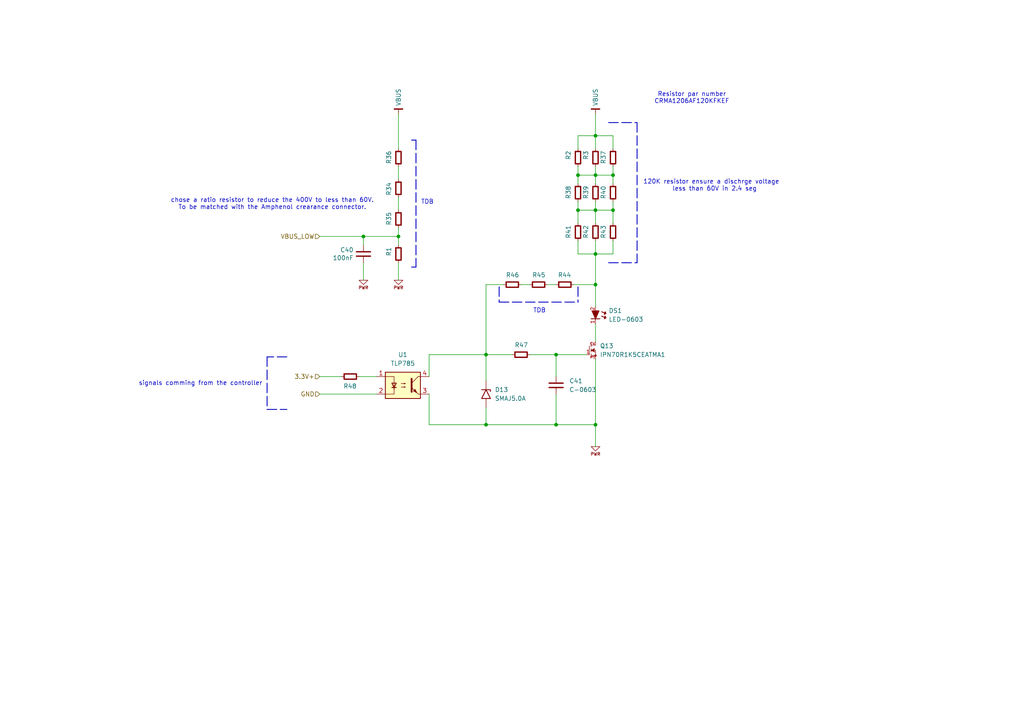
<source format=kicad_sch>
(kicad_sch (version 20250114) (generator "eeschema") (generator_version "9.0")
  (paper "A4")
  (lib_symbols
    (symbol "C-0603_1" (pin_numbers (hide yes)) (pin_names (offset 0))
      (property "Reference" "C" (at 7.62 1.27 0))
      (property "Value" "C-0603" (at 7.62 -1.27 0))
      (symbol "C-0603_1_0_1"
        (polyline (pts (xy -2.032 0.635) (xy 2.032 0.635)) (stroke (width 0.381)))
        (polyline (pts (xy -2.032 -0.635) (xy 2.032 -0.635)) (stroke (width 0.381)))
        (polyline (pts (xy 0 0.635) (xy 0 1.27)))
        (polyline (pts (xy 0 -0.635) (xy 0 -1.016)))
        (polyline (pts (xy 0 -1.27) (xy 0 -1.016)))
      )
      (symbol "C-0603_1_1_1"
        (pin passive line (at 0 2.54 270) (length 1.27) (name "~") (number "1"))
        (pin passive line (at 0 -2.54 90) (length 1.27) (name "~") (number "2"))
      )
    )
    (symbol "Diode:SMAJ5.0A" (pin_numbers (hide yes)) (pin_names (offset 1.016) (hide yes))
      (property "Reference" "D" (at 0 2.54 0))
      (property "Value" "SMAJ5.0A" (at 0 -2.54 0))
      (symbol "SMAJ5.0A_0_1"
        (polyline (pts (xy -0.762 1.27) (xy -1.27 1.27) (xy -1.27 -1.27)) (stroke (width 0.254)))
        (polyline (pts (xy 1.27 1.27) (xy 1.27 -1.27) (xy -1.27 0) (xy 1.27 1.27)) (stroke (width 0.254)))
      )
      (symbol "SMAJ5.0A_1_1"
        (pin passive line (at -3.81 0 0) (length 2.54) (name "A1") (number "1"))
        (pin passive line (at 3.81 0 180) (length 2.54) (name "A2") (number "2"))
      )
    )
    (symbol "Isolator:TLP785" (pin_names (offset 1.016))
      (property "Reference" "U" (at -5.08 5.08 0))
      (property "Value" "TLP785" (at 0 5.08 0))
      (symbol "TLP785_0_1"
        (rectangle (start -5.08 3.81) (end 5.08 -3.81) (stroke (width 0.254)) (fill (type background)))
        (polyline (pts (xy -5.08 2.54) (xy -2.54 2.54) (xy -2.54 -1.27) (xy -2.54 0.635)))
        (polyline (pts (xy -3.175 -0.635) (xy -1.905 -0.635)) (stroke (width 0.254)))
        (polyline (pts (xy -2.54 -0.635) (xy -2.54 -2.54) (xy -5.08 -2.54)))
        (polyline (pts (xy -2.54 -0.635) (xy -3.175 0.635) (xy -1.905 0.635) (xy -2.54 -0.635)) (stroke (width 0.254)))
        (polyline (pts (xy -0.508 0.508) (xy 0.762 0.508) (xy 0.381 0.381) (xy 0.381 0.635) (xy 0.762 0.508)))
        (polyline (pts (xy -0.508 -0.508) (xy 0.762 -0.508) (xy 0.381 -0.635) (xy 0.381 -0.381) (xy 0.762 -0.508)))
        (polyline (pts (xy 2.54 1.905) (xy 2.54 -1.905) (xy 2.54 -1.905)) (stroke (width 0.508)))
        (polyline (pts (xy 2.54 0.635) (xy 4.445 2.54)))
        (polyline (pts (xy 3.048 -1.651) (xy 3.556 -1.143) (xy 4.064 -2.159) (xy 3.048 -1.651) (xy 3.048 -1.651)) (fill (type outline)))
        (polyline (pts (xy 4.445 2.54) (xy 5.08 2.54)))
        (polyline (pts (xy 4.445 -2.54) (xy 2.54 -0.635)) (fill (type outline)))
        (polyline (pts (xy 4.445 -2.54) (xy 5.08 -2.54)))
      )
      (symbol "TLP785_1_1"
        (pin passive line (at -7.62 2.54 0) (length 2.54) (name "~") (number "1"))
        (pin passive line (at -7.62 -2.54 0) (length 2.54) (name "~") (number "2"))
        (pin passive line (at 7.62 2.54 180) (length 2.54) (name "~") (number "4"))
        (pin passive line (at 7.62 -2.54 180) (length 2.54) (name "~") (number "3"))
      )
    )
    (symbol "pasv-cap:C-0603" (pin_numbers (hide yes)) (pin_names (offset 0))
      (property "Reference" "C" (at 7.62 1.27 0))
      (property "Value" "C-0603" (at 7.62 -1.27 0))
      (symbol "C-0603_0_1"
        (polyline (pts (xy -2.032 0.635) (xy 2.032 0.635)) (stroke (width 0.381)))
        (polyline (pts (xy -2.032 -0.635) (xy 2.032 -0.635)) (stroke (width 0.381)))
        (polyline (pts (xy 0 0.635) (xy 0 1.27)))
        (polyline (pts (xy 0 -0.635) (xy 0 -1.016)))
        (polyline (pts (xy 0 -1.27) (xy 0 -1.016)))
      )
      (symbol "C-0603_1_1"
        (pin passive line (at 0 2.54 270) (length 1.27) (name "~") (number "1"))
        (pin passive line (at 0 -2.54 90) (length 1.27) (name "~") (number "2"))
      )
    )
    (symbol "pasv-res:R-1206" (pin_numbers (hide yes)) (pin_names (offset 0))
      (property "Reference" "R" (at 6.35 1.27 0))
      (property "Value" "R-1206" (at 6.35 -1.27 0))
      (symbol "R-1206_0_1"
        (rectangle (start -0.762 1.778) (end 0.762 -1.778) (stroke (width 0.381)))
        (polyline (pts (xy 0 1.778) (xy 0 1.905)))
        (polyline (pts (xy 0 -1.778) (xy 0 -2.032)))
      )
      (symbol "R-1206_1_1"
        (pin passive line (at 0 2.54 270) (length 0.635) (name "~") (number "1"))
        (pin passive line (at 0 -2.54 90) (length 0.635) (name "~") (number "2"))
      )
    )
    (symbol "power1:PWRGND" (power) (pin_names (offset 0))
      (symbol "PWRGND_0_0"
        (text "PWR" (at 0 -2.159 0) (effects (font (size 0.889 0.889))))
      )
      (symbol "PWRGND_0_1"
        (polyline (pts (xy -1.27 0) (xy 0 -1.27) (xy 1.27 0) (xy -1.27 0)))
      )
      (symbol "PWRGND_1_1"
        (pin power_in line (at 0 0 90) (length 0) (hide yes) (name "PWRGND") (number "1"))
      )
    )
    (symbol "power1:VBUS" (power) (pin_names (offset 0))
      (property "Value" "VBUS" (at 0 2.54 0))
      (symbol "VBUS_0_1"
        (polyline (pts (xy -1.27 1.524) (xy 1.27 1.524) (xy 1.27 1.27) (xy -1.27 1.27) (xy -1.27 1.524)) (fill (type outline)))
        (polyline (pts (xy 0 1.27) (xy 0 0.762)))
        (polyline (pts (xy 0 0.762) (xy 0 0)))
      )
      (symbol "VBUS_1_1"
        (pin power_in line (at 0 0 90) (length 0) (hide yes) (name "VBUS") (number "1"))
      )
    )
    (symbol "semi-opto-generic:LED-0603" (pin_names (offset 0) (hide yes))
      (property "Reference" "DS" (at 8.89 1.27 0))
      (property "Value" "LED-0603" (at 8.89 -1.27 0))
      (symbol "LED-0603_0_1"
        (polyline (pts (xy -1.27 -1.016) (xy 1.27 -1.016)) (stroke (width 0.254)))
        (polyline (pts (xy 0 -1.016) (xy -1.016 1.27) (xy 1.016 1.27) (xy 0 -1.016)) (stroke (width 0.254)) (fill (type outline)))
        (polyline (pts (xy 0 -1.27) (xy 0 -1.016)))
        (polyline (pts (xy 1.778 1.016) (xy 3.048 0.508) (xy 2.54 0.254) (xy 2.794 1.016) (xy 3.048 0.508)) (stroke (width 0.254)))
        (polyline (pts (xy 1.778 -0.254) (xy 3.048 -0.762) (xy 2.54 -1.016) (xy 2.794 -0.254) (xy 3.048 -0.762)) (stroke (width 0.254)))
      )
      (symbol "LED-0603_1_1"
        (pin passive line (at 0 2.54 270) (length 1.27) (name "A") (number "2"))
        (pin passive line (at 0 -2.54 90) (length 1.27) (name "K") (number "1"))
      )
    )
    (symbol "semi-trans-Infineon:IPN70R1K5CEATMA1" (pin_names (offset 0) (hide yes))
      (property "Reference" "Q" (at 7.62 1.27 0))
      (property "Value" "IPN70R1K5CEATMA1" (at 12.7 -1.27 0))
      (symbol "IPN70R1K5CEATMA1_0_1"
        (polyline (pts (xy -0.508 1.27) (xy -0.508 -1.27)))
        (polyline (pts (xy 0 1.524) (xy 1.27 1.524)))
        (polyline (pts (xy 0 1.016) (xy 0 2.032)))
        (polyline (pts (xy 0 0) (xy 1.016 0.508) (xy 0.762 0) (xy 1.016 -0.508) (xy 0 0)) (fill (type outline)))
        (polyline (pts (xy 0 -0.508) (xy 0 0.508)))
        (polyline (pts (xy 0 -1.016) (xy 0 -2.032)))
        (polyline (pts (xy 0 -1.524) (xy 1.27 -1.524)))
        (polyline (pts (xy 0.762 0) (xy 1.27 0) (xy 1.27 -1.524)))
        (circle (center 1.27 -1.524) (radius 0.254) (fill (type outline)))
      )
      (symbol "IPN70R1K5CEATMA1_1_1"
        (pin passive line (at -1.27 -1.27 0) (length 0.762) (name "G") (number "1"))
        (pin passive line (at 1.27 2.54 270) (length 1.016) (name "S") (number "2"))
        (pin passive line (at 1.27 -2.54 90) (length 1.016) (name "D") (number "3"))
      )
    )
  )
  (text "Resistor par number\nCRMA1206AF120KFKEF" (at 200.66 28.448 0) (effects (font (size 1.27 1.27))))
  (text "TDB" (at 156.464 90.17 0) (effects (font (size 1.27 1.27))))
  (text "120K resistor ensure a dischrge voltage  \nless than 60V in 2.4 seg" (at 207.264 53.848 0) (effects (font (size 1.27 1.27))))
  (text "signals comming from the controller" (at 58.166 111.252 0) (effects (font (size 1.27 1.27))))
  (text "chose a ratio resistor to reduce the 400V to less than 60V.\nTo be matched with the Amphenol crearance connector." (at 78.994 59.182 0) (effects (font (size 1.27 1.27))))
  (text "TDB" (at 123.952 58.674 0) (effects (font (size 1.27 1.27))))
  (junction (at 167.64 50.8))
  (junction (at 172.72 123.19))
  (junction (at 177.8 60.96))
  (junction (at 140.97 123.19))
  (junction (at 115.57 68.58))
  (junction (at 161.29 123.19))
  (junction (at 172.72 50.8))
  (junction (at 167.64 60.96))
  (junction (at 172.72 60.96))
  (junction (at 172.72 73.66))
  (junction (at 177.8 50.8))
  (junction (at 161.29 102.87))
  (junction (at 140.97 102.87))
  (junction (at 105.41 68.58))
  (junction (at 172.72 39.37))
  (junction (at 172.72 82.55))
  (wire (pts (xy 177.8 39.37) (xy 177.8 43.18)))
  (polyline (pts (xy 144.78 83.185) (xy 144.78 87.63)) (stroke (width 0.254) (type dash)))
  (wire (pts (xy 172.72 58.42) (xy 172.72 60.96)))
  (wire (pts (xy 172.72 39.37) (xy 177.8 39.37)))
  (wire (pts (xy 177.8 60.96) (xy 177.8 64.77)))
  (wire (pts (xy 166.37 82.55) (xy 172.72 82.55)))
  (wire (pts (xy 115.57 57.15) (xy 115.57 60.96)))
  (wire (pts (xy 140.97 118.11) (xy 140.97 123.19)))
  (wire (pts (xy 161.29 102.87) (xy 161.29 109.22)))
  (wire (pts (xy 172.72 93.98) (xy 172.72 99.06)))
  (wire (pts (xy 153.67 102.87) (xy 161.29 102.87)))
  (wire (pts (xy 115.57 76.2) (xy 115.57 81.28)))
  (wire (pts (xy 172.72 123.19) (xy 172.72 129.54)))
  (wire (pts (xy 115.57 68.58) (xy 115.57 71.12)))
  (wire (pts (xy 151.13 82.55) (xy 153.67 82.55)))
  (wire (pts (xy 115.57 66.04) (xy 115.57 68.58)))
  (polyline (pts (xy 77.47 118.745) (xy 83.185 118.745)) (stroke (width 0.254) (type dash)))
  (wire (pts (xy 161.29 114.3) (xy 161.29 123.19)))
  (wire (pts (xy 158.75 82.55) (xy 161.29 82.55)))
  (polyline (pts (xy 184.785 35.56) (xy 184.785 76.2)) (stroke (width 0.254) (type dash)))
  (polyline (pts (xy 176.53 76.2) (xy 184.785 76.2)) (stroke (width 0.254) (type dash)))
  (wire (pts (xy 167.64 60.96) (xy 167.64 64.77)))
  (wire (pts (xy 177.8 73.66) (xy 177.8 69.85)))
  (wire (pts (xy 92.71 68.58) (xy 105.41 68.58)))
  (wire (pts (xy 172.72 73.66) (xy 177.8 73.66)))
  (wire (pts (xy 161.29 123.19) (xy 172.72 123.19)))
  (wire (pts (xy 124.46 109.22) (xy 124.46 102.87)))
  (wire (pts (xy 115.57 48.26) (xy 115.57 52.07)))
  (wire (pts (xy 172.72 104.14) (xy 172.72 123.19)))
  (wire (pts (xy 177.8 50.8) (xy 177.8 53.34)))
  (wire (pts (xy 167.64 48.26) (xy 167.64 50.8)))
  (wire (pts (xy 167.64 43.18) (xy 167.64 39.37)))
  (wire (pts (xy 161.29 102.87) (xy 170.18 102.87)))
  (wire (pts (xy 172.72 48.26) (xy 172.72 50.8)))
  (polyline (pts (xy 167.64 83.185) (xy 167.64 87.63)) (stroke (width 0.254) (type dash)))
  (wire (pts (xy 124.46 102.87) (xy 140.97 102.87)))
  (wire (pts (xy 140.97 123.19) (xy 161.29 123.19)))
  (wire (pts (xy 105.41 68.58) (xy 115.57 68.58)))
  (wire (pts (xy 124.46 114.3) (xy 124.46 123.19)))
  (wire (pts (xy 177.8 48.26) (xy 177.8 50.8)))
  (wire (pts (xy 115.57 33.02) (xy 115.57 43.18)))
  (wire (pts (xy 104.14 109.22) (xy 109.22 109.22)))
  (wire (pts (xy 172.72 39.37) (xy 172.72 43.18)))
  (wire (pts (xy 167.64 73.66) (xy 172.72 73.66)))
  (polyline (pts (xy 144.78 87.63) (xy 167.64 87.63)) (stroke (width 0.254) (type dash)))
  (polyline (pts (xy 176.53 35.56) (xy 184.785 35.56)) (stroke (width 0.254) (type dash)))
  (polyline (pts (xy 120.65 40.64) (xy 120.65 77.47)) (stroke (width 0.254) (type dash)))
  (wire (pts (xy 92.71 109.22) (xy 99.06 109.22)))
  (wire (pts (xy 177.8 58.42) (xy 177.8 60.96)))
  (wire (pts (xy 172.72 50.8) (xy 172.72 53.34)))
  (wire (pts (xy 167.64 58.42) (xy 167.64 60.96)))
  (wire (pts (xy 146.05 82.55) (xy 140.97 82.55)))
  (wire (pts (xy 172.72 82.55) (xy 172.72 88.9)))
  (wire (pts (xy 172.72 60.96) (xy 177.8 60.96)))
  (wire (pts (xy 172.72 60.96) (xy 172.72 64.77)))
  (wire (pts (xy 105.41 76.2) (xy 105.41 81.28)))
  (wire (pts (xy 172.72 69.85) (xy 172.72 73.66)))
  (wire (pts (xy 140.97 102.87) (xy 140.97 110.49)))
  (wire (pts (xy 172.72 73.66) (xy 172.72 82.55)))
  (wire (pts (xy 167.64 50.8) (xy 167.64 53.34)))
  (wire (pts (xy 167.64 69.85) (xy 167.64 73.66)))
  (wire (pts (xy 167.64 60.96) (xy 172.72 60.96)))
  (wire (pts (xy 105.41 68.58) (xy 105.41 71.12)))
  (wire (pts (xy 172.72 50.8) (xy 177.8 50.8)))
  (polyline (pts (xy 77.47 103.505) (xy 77.47 118.745)) (stroke (width 0.254) (type dash)))
  (polyline (pts (xy 83.185 103.505) (xy 77.47 103.505)) (stroke (width 0.254) (type dash)))
  (wire (pts (xy 140.97 82.55) (xy 140.97 102.87)))
  (wire (pts (xy 167.64 50.8) (xy 172.72 50.8)))
  (wire (pts (xy 124.46 123.19) (xy 140.97 123.19)))
  (wire (pts (xy 172.72 33.02) (xy 172.72 39.37)))
  (wire (pts (xy 92.71 114.3) (xy 109.22 114.3)))
  (wire (pts (xy 140.97 102.87) (xy 148.59 102.87)))
  (wire (pts (xy 167.64 39.37) (xy 172.72 39.37)))
  (polyline (pts (xy 119.38 40.64) (xy 120.65 40.64)) (stroke (width 0.254) (type dash)))
  (polyline (pts (xy 119.38 77.47) (xy 120.65 77.47)) (stroke (width 0.254) (type dash)))
  (hierarchical_label "3.3V+" (shape input) (at 92.71 109.22 180))
  (hierarchical_label "VBUS_LOW" (shape input) (at 92.71 68.58 180))
  (hierarchical_label "GND" (shape input) (at 92.71 114.3 180))
  (symbol (lib_id "Isolator:TLP785") (at 116.84 111.76 0) (unit 1)
    (property "Reference" "U1" (at 116.84 102.87 0))
    (property "Value" "TLP785" (at 116.84 105.41 0))
    (property "Footprint" "Package_DIP:DIP-4_W7.62mm" (effects (hide yes)))
    (property "Datasheet" "https://toshiba.semicon-storage.com/info/docget.jsp?did=10569&prodName=TLP785" (effects (hide yes)))
    (property "Description" "DC Optocoupler, Vce 80V, CTR 50-200%, DIP4" (effects (hide yes)))
  )
  (symbol (lib_name "C-0603_1") (lib_id "pasv-cap:C-0603") (at 161.29 111.76 0) (unit 1)
    (property "Reference" "C41" (at 165.1 110.4899 0) (effects (justify left)))
    (property "Value" "C-0603" (at 165.1 113.0299 0) (effects (justify left)))
    (property "Footprint" "IPC7351-Nominal:CAPC1608X55" (effects (hide yes)))
    (property "Description" "Chip capacitor, EIA 0603, metric 1608" (effects (hide yes)))
    (property "BOM" "CAP MLCC 100pF C0G 50V 5% [0603]" (effects (hide yes)))
  )
  (symbol (lib_id "pasv-res:R-1206") (at 115.57 73.66 180) (unit 1)
    (property "Reference" "R1" (at 112.776 71.628 90) (effects (justify left)))
    (property "Value" "R-1206" (effects (hide yes)))
    (property "Footprint" "IPC7351-Nominal:RESC3216X60" (effects (hide yes)))
    (property "Description" "Chip resistor, EIA 1206, metric 3216" (effects (hide yes)))
    (property "BOM" "RES SMD 1k 5% [1206]" (effects (hide yes)))
  )
  (symbol (lib_id "pasv-res:R-1206") (at 151.13 102.87 90) (unit 1)
    (property "Reference" "R47" (at 153.162 100.076 90) (effects (justify left)))
    (property "Value" "R-1206" (effects (hide yes)))
    (property "Footprint" "IPC7351-Nominal:RESC3216X60" (effects (hide yes)))
    (property "Description" "Chip resistor, EIA 1206, metric 3216" (effects (hide yes)))
    (property "BOM" "RES SMD 1k 5% [1206]" (effects (hide yes)))
  )
  (symbol (lib_id "power1:PWRGND") (at 105.41 81.28 0) (mirror y) (unit 1)
    (property "Reference" "#PWR09" (effects (hide yes)))
    (property "Value" "PWRGND" (effects (hide yes)))
  )
  (symbol (lib_id "pasv-res:R-1206") (at 167.64 45.72 180) (unit 1)
    (property "Reference" "R2" (at 164.846 43.688 90) (effects (justify left)))
    (property "Value" "R-1206" (effects (hide yes)))
    (property "Footprint" "IPC7351-Nominal:RESC3216X60" (effects (hide yes)))
    (property "Description" "Chip resistor, EIA 1206, metric 3216" (effects (hide yes)))
    (property "BOM" "RES SMD 1k 5% [1206]" (effects (hide yes)))
  )
  (symbol (lib_id "power1:VBUS") (at 172.72 33.02 0) (unit 1)
    (property "Reference" "#PWR04" (effects (hide yes)))
    (property "Value" "VBUS" (at 172.72 30.7848 90) (effects (justify left)))
  )
  (symbol (lib_id "pasv-res:R-1206") (at 101.6 109.22 270) (unit 1)
    (property "Reference" "R48" (at 99.568 112.014 90) (effects (justify left)))
    (property "Value" "R-1206" (effects (hide yes)))
    (property "Footprint" "IPC7351-Nominal:RESC3216X60" (effects (hide yes)))
    (property "Description" "Chip resistor, EIA 1206, metric 3216" (effects (hide yes)))
    (property "BOM" "RES SMD 1k 5% [1206]" (effects (hide yes)))
  )
  (symbol (lib_id "pasv-res:R-1206") (at 172.72 45.72 180) (unit 1)
    (property "Reference" "R3" (at 169.926 43.688 90) (effects (justify left)))
    (property "Value" "R-1206" (effects (hide yes)))
    (property "Footprint" "IPC7351-Nominal:RESC3216X60" (effects (hide yes)))
    (property "Description" "Chip resistor, EIA 1206, metric 3216" (effects (hide yes)))
    (property "BOM" "RES SMD 1k 5% [1206]" (effects (hide yes)))
  )
  (symbol (lib_id "pasv-res:R-1206") (at 177.8 55.88 180) (unit 1)
    (property "Reference" "R40" (at 175.006 53.848 90) (effects (justify left)))
    (property "Value" "R-1206" (effects (hide yes)))
    (property "Footprint" "IPC7351-Nominal:RESC3216X60" (effects (hide yes)))
    (property "Description" "Chip resistor, EIA 1206, metric 3216" (effects (hide yes)))
    (property "BOM" "RES SMD 1k 5% [1206]" (effects (hide yes)))
  )
  (symbol (lib_id "pasv-res:R-1206") (at 156.21 82.55 90) (unit 1)
    (property "Reference" "R45" (at 158.242 79.756 90) (effects (justify left)))
    (property "Value" "R-1206" (effects (hide yes)))
    (property "Footprint" "IPC7351-Nominal:RESC3216X60" (effects (hide yes)))
    (property "Description" "Chip resistor, EIA 1206, metric 3216" (effects (hide yes)))
    (property "BOM" "RES SMD 1k 5% [1206]" (effects (hide yes)))
  )
  (symbol (lib_id "pasv-res:R-1206") (at 177.8 67.31 180) (unit 1)
    (property "Reference" "R43" (at 175.006 65.278 90) (effects (justify left)))
    (property "Value" "R-1206" (effects (hide yes)))
    (property "Footprint" "IPC7351-Nominal:RESC3216X60" (effects (hide yes)))
    (property "Description" "Chip resistor, EIA 1206, metric 3216" (effects (hide yes)))
    (property "BOM" "RES SMD 1k 5% [1206]" (effects (hide yes)))
  )
  (symbol (lib_id "power1:PWRGND") (at 115.57 81.28 0) (mirror y) (unit 1)
    (property "Reference" "#PWR022" (effects (hide yes)))
    (property "Value" "PWRGND" (effects (hide yes)))
  )
  (symbol (lib_id "Diode:SMAJ5.0A") (at 140.97 114.3 270) (unit 1)
    (property "Reference" "D13" (at 143.51 113.0299 90) (effects (justify left)))
    (property "Value" "SMAJ5.0A" (at 143.51 115.5699 90) (effects (justify left)))
    (property "Footprint" "Diode_SMD:D_SMA" (effects (hide yes)))
    (property "Datasheet" "https://www.littelfuse.com/media?resourcetype=datasheets&itemid=75e32973-b177-4ee3-a0ff-cedaf1abdb93&filename=smaj-datasheet" (effects (hide yes)))
    (property "Description" "400W unidirectional Transient Voltage Suppressor, 5.0Vr, SMA(DO-214AC)" (effects (hide yes)))
  )
  (symbol (lib_id "pasv-res:R-1206") (at 148.59 82.55 90) (unit 1)
    (property "Reference" "R46" (at 150.622 79.756 90) (effects (justify left)))
    (property "Value" "R-1206" (effects (hide yes)))
    (property "Footprint" "IPC7351-Nominal:RESC3216X60" (effects (hide yes)))
    (property "Description" "Chip resistor, EIA 1206, metric 3216" (effects (hide yes)))
    (property "BOM" "RES SMD 1k 5% [1206]" (effects (hide yes)))
  )
  (symbol (lib_id "pasv-res:R-1206") (at 177.8 45.72 180) (unit 1)
    (property "Reference" "R37" (at 175.006 43.688 90) (effects (justify left)))
    (property "Value" "R-1206" (effects (hide yes)))
    (property "Footprint" "IPC7351-Nominal:RESC3216X60" (effects (hide yes)))
    (property "Description" "Chip resistor, EIA 1206, metric 3216" (effects (hide yes)))
    (property "BOM" "RES SMD 1k 5% [1206]" (effects (hide yes)))
  )
  (symbol (lib_id "semi-trans-Infineon:IPN70R1K5CEATMA1") (at 171.45 101.6 0) (unit 1)
    (property "Reference" "Q13" (at 173.99 100.3299 0) (effects (justify left)))
    (property "Value" "IPN70R1K5CEATMA1" (at 173.99 102.8699 0) (effects (justify left)))
    (property "Footprint" "smd-semi:SOT-223-3" (effects (hide yes)))
    (property "Datasheet" "http://www.irf.com/product-info/datasheets/data/irlml2060pbf.pdf" (effects (hide yes)))
    (property "Description" "NMOS 700V 5.4A 2.5Vth [SOT-23]" (effects (hide yes)))
    (property "BOM" "NMOS 700v  IPN70R1K5CEATMA1" (effects (hide yes)))
  )
  (symbol (lib_id "pasv-res:R-1206") (at 172.72 67.31 180) (unit 1)
    (property "Reference" "R42" (at 169.926 65.278 90) (effects (justify left)))
    (property "Value" "R-1206" (effects (hide yes)))
    (property "Footprint" "IPC7351-Nominal:RESC3216X60" (effects (hide yes)))
    (property "Description" "Chip resistor, EIA 1206, metric 3216" (effects (hide yes)))
    (property "BOM" "RES SMD 1k 5% [1206]" (effects (hide yes)))
  )
  (symbol (lib_id "power1:VBUS") (at 115.57 33.02 0) (unit 1)
    (property "Reference" "#PWR023" (effects (hide yes)))
    (property "Value" "VBUS" (at 115.57 30.7848 90) (effects (justify left)))
  )
  (symbol (lib_id "pasv-cap:C-0603") (at 105.41 73.66 0) (unit 1)
    (property "Reference" "C40" (at 102.5652 72.4916 0) (effects (justify right)))
    (property "Value" "100nF" (at 102.5652 74.803 0) (effects (justify right)))
    (property "Footprint" "IPC7351-Nominal:CAPC1608X55" (effects (hide yes)))
    (property "BOM" "CAP CER 10000PF 50V X7R 0603" (effects (hide yes)))
    (property "MPN" "C1608X7R1H103K080AA" (effects (hide yes)))
    (property "MFR" "TDK" (effects (hide yes)))
    (property "Voltage" "50V" (effects (hide yes)))
  )
  (symbol (lib_id "pasv-res:R-1206") (at 115.57 54.61 180) (unit 1)
    (property "Reference" "R34" (at 112.776 52.832 90) (effects (justify left)))
    (property "Value" "R-1206" (effects (hide yes)))
    (property "Footprint" "IPC7351-Nominal:RESC3216X60" (effects (hide yes)))
    (property "Description" "Chip resistor, EIA 1206, metric 3216" (effects (hide yes)))
    (property "BOM" "RES SMD 1k 5% [1206]" (effects (hide yes)))
  )
  (symbol (lib_id "pasv-res:R-1206") (at 167.64 67.31 180) (unit 1)
    (property "Reference" "R41" (at 164.846 65.278 90) (effects (justify left)))
    (property "Value" "R-1206" (effects (hide yes)))
    (property "Footprint" "IPC7351-Nominal:RESC3216X60" (effects (hide yes)))
    (property "Description" "Chip resistor, EIA 1206, metric 3216" (effects (hide yes)))
    (property "BOM" "RES SMD 1k 5% [1206]" (effects (hide yes)))
  )
  (symbol (lib_id "pasv-res:R-1206") (at 115.57 45.72 180) (unit 1)
    (property "Reference" "R36" (at 112.776 43.688 90) (effects (justify left)))
    (property "Value" "R-1206" (effects (hide yes)))
    (property "Footprint" "IPC7351-Nominal:RESC3216X60" (effects (hide yes)))
    (property "Description" "Chip resistor, EIA 1206, metric 3216" (effects (hide yes)))
    (property "BOM" "RES SMD 1k 5% [1206]" (effects (hide yes)))
  )
  (symbol (lib_id "semi-opto-generic:LED-0603") (at 172.72 91.44 0) (unit 1)
    (property "Reference" "DS1" (at 176.53 90.1064 0) (effects (justify left)))
    (property "Value" "LED-0603" (at 176.53 92.6464 0) (effects (justify left)))
    (property "Footprint" "smd-semi:LED-0603" (effects (hide yes)))
    (property "Description" "LED Red [0603]" (effects (hide yes)))
    (property "BOM" "LED RED [0603]" (effects (hide yes)))
  )
  (symbol (lib_id "pasv-res:R-1206") (at 172.72 55.88 180) (unit 1)
    (property "Reference" "R39" (at 169.926 53.848 90) (effects (justify left)))
    (property "Value" "R-1206" (effects (hide yes)))
    (property "Footprint" "IPC7351-Nominal:RESC3216X60" (effects (hide yes)))
    (property "Description" "Chip resistor, EIA 1206, metric 3216" (effects (hide yes)))
    (property "BOM" "RES SMD 1k 5% [1206]" (effects (hide yes)))
  )
  (symbol (lib_id "pasv-res:R-1206") (at 167.64 55.88 180) (unit 1)
    (property "Reference" "R38" (at 164.846 53.848 90) (effects (justify left)))
    (property "Value" "R-1206" (effects (hide yes)))
    (property "Footprint" "IPC7351-Nominal:RESC3216X60" (effects (hide yes)))
    (property "Description" "Chip resistor, EIA 1206, metric 3216" (effects (hide yes)))
    (property "BOM" "RES SMD 1k 5% [1206]" (effects (hide yes)))
  )
  (symbol (lib_id "power1:PWRGND") (at 172.72 129.54 0) (mirror y) (unit 1)
    (property "Reference" "#PWR07" (effects (hide yes)))
    (property "Value" "PWRGND" (effects (hide yes)))
  )
  (symbol (lib_id "pasv-res:R-1206") (at 115.57 63.5 180) (unit 1)
    (property "Reference" "R35" (at 112.776 61.468 90) (effects (justify left)))
    (property "Value" "R-1206" (effects (hide yes)))
    (property "Footprint" "IPC7351-Nominal:RESC3216X60" (effects (hide yes)))
    (property "Description" "Chip resistor, EIA 1206, metric 3216" (effects (hide yes)))
    (property "BOM" "RES SMD 1k 5% [1206]" (effects (hide yes)))
  )
  (symbol (lib_id "pasv-res:R-1206") (at 163.83 82.55 270) (unit 1)
    (property "Reference" "R44" (at 161.798 79.756 90) (effects (justify left)))
    (property "Value" "R-1206" (effects (hide yes)))
    (property "Footprint" "IPC7351-Nominal:RESC3216X60" (effects (hide yes)))
    (property "Description" "Chip resistor, EIA 1206, metric 3216" (effects (hide yes)))
    (property "BOM" "RES SMD 1k 5% [1206]" (effects (hide yes)))
  )
)
</source>
